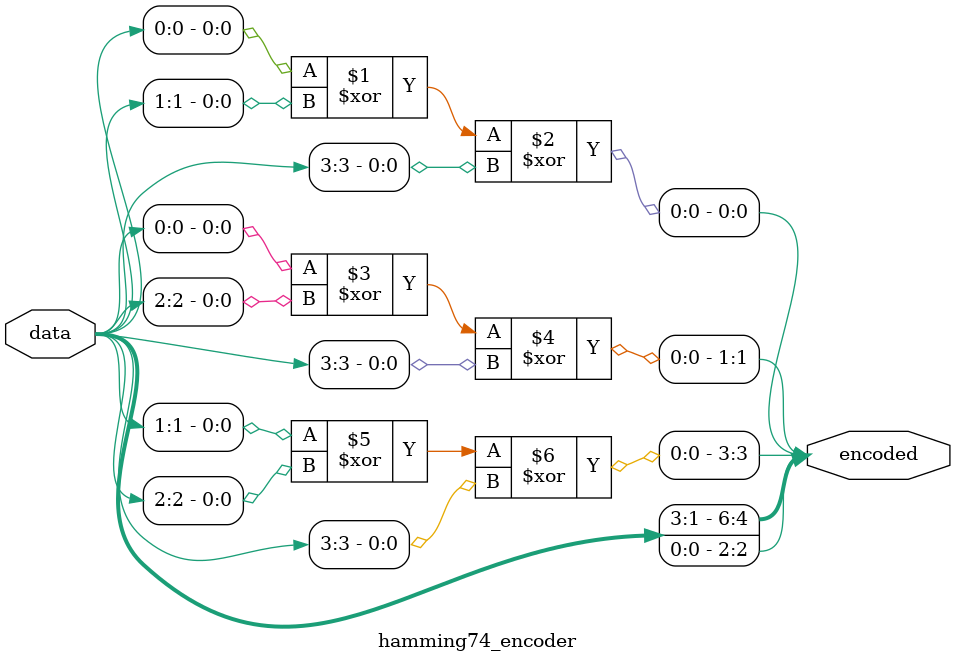
<source format=v>
module hamming74_encoder(
    input [3:0] data,        // [d3 d2 d1 d0]
    output [6:0] encoded     // [p1 p2 d0 p3 d1 d2 d3]
);
    // data bits
    assign encoded[2] = data[0];    // d0
    assign encoded[4] = data[1];    // d1
    assign encoded[5] = data[2];    // d2
    assign encoded[6] = data[3];    // d3
    
    // parity bits
    assign encoded[0] = encoded[2] ^ encoded[4] ^ encoded[6];   // p1
    assign encoded[1] = encoded[2] ^ encoded[5] ^ encoded[6];   // p2
    assign encoded[3] = encoded[4] ^ encoded[5] ^ encoded[6];   // p3
endmodule
</source>
